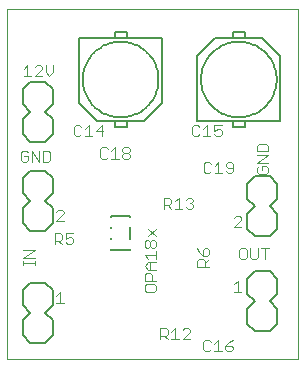
<source format=gto>
G75*
%MOIN*%
%OFA0B0*%
%FSLAX24Y24*%
%IPPOS*%
%LPD*%
%AMOC8*
5,1,8,0,0,1.08239X$1,22.5*
%
%ADD10C,0.0000*%
%ADD11C,0.0030*%
%ADD12C,0.0080*%
%ADD13C,0.0060*%
%ADD14C,0.0050*%
D10*
X000100Y000100D02*
X000100Y011785D01*
X009785Y011785D01*
X009785Y000100D01*
X000100Y000100D01*
D11*
X001729Y001958D02*
X001976Y001958D01*
X001853Y001958D02*
X001853Y002328D01*
X001729Y002204D01*
X001010Y003237D02*
X001010Y003360D01*
X001010Y003299D02*
X000640Y003299D01*
X000640Y003360D02*
X000640Y003237D01*
X000640Y003483D02*
X001010Y003729D01*
X000640Y003729D01*
X000640Y003483D02*
X001010Y003483D01*
X001676Y003934D02*
X001676Y004304D01*
X001861Y004304D01*
X001923Y004242D01*
X001923Y004119D01*
X001861Y004057D01*
X001676Y004057D01*
X001799Y004057D02*
X001923Y003934D01*
X002044Y003996D02*
X002106Y003934D01*
X002229Y003934D01*
X002291Y003996D01*
X002291Y004119D01*
X002229Y004181D01*
X002168Y004181D01*
X002044Y004119D01*
X002044Y004304D01*
X002291Y004304D01*
X001976Y004713D02*
X001729Y004713D01*
X001976Y004960D01*
X001976Y005022D01*
X001914Y005084D01*
X001791Y005084D01*
X001729Y005022D01*
X001470Y006682D02*
X001285Y006682D01*
X001285Y007052D01*
X001470Y007052D01*
X001532Y006991D01*
X001532Y006744D01*
X001470Y006682D01*
X001163Y006682D02*
X001163Y007052D01*
X000916Y007052D02*
X001163Y006682D01*
X000916Y006682D02*
X000916Y007052D01*
X000795Y006991D02*
X000733Y007052D01*
X000610Y007052D01*
X000548Y006991D01*
X000548Y006744D01*
X000610Y006682D01*
X000733Y006682D01*
X000795Y006744D01*
X000795Y006867D01*
X000672Y006867D01*
X002321Y007600D02*
X002383Y007538D01*
X002506Y007538D01*
X002568Y007600D01*
X002689Y007538D02*
X002936Y007538D01*
X002813Y007538D02*
X002813Y007908D01*
X002689Y007785D01*
X002568Y007846D02*
X002506Y007908D01*
X002383Y007908D01*
X002321Y007846D01*
X002321Y007600D01*
X003058Y007723D02*
X003305Y007723D01*
X003243Y007538D02*
X003243Y007908D01*
X003058Y007723D01*
X003259Y007159D02*
X003198Y007097D01*
X003198Y006850D01*
X003259Y006788D01*
X003383Y006788D01*
X003445Y006850D01*
X003566Y006788D02*
X003813Y006788D01*
X003689Y006788D02*
X003689Y007159D01*
X003566Y007035D01*
X003445Y007097D02*
X003383Y007159D01*
X003259Y007159D01*
X003934Y007097D02*
X003934Y007035D01*
X003996Y006973D01*
X004119Y006973D01*
X004181Y006912D01*
X004181Y006850D01*
X004119Y006788D01*
X003996Y006788D01*
X003934Y006850D01*
X003934Y006912D01*
X003996Y006973D01*
X004119Y006973D02*
X004181Y007035D01*
X004181Y007097D01*
X004119Y007159D01*
X003996Y007159D01*
X003934Y007097D01*
X005318Y005485D02*
X005503Y005485D01*
X005565Y005424D01*
X005565Y005300D01*
X005503Y005238D01*
X005318Y005238D01*
X005318Y005115D02*
X005318Y005485D01*
X005441Y005238D02*
X005565Y005115D01*
X005686Y005115D02*
X005933Y005115D01*
X006054Y005177D02*
X006116Y005115D01*
X006240Y005115D01*
X006301Y005177D01*
X006301Y005238D01*
X006240Y005300D01*
X006178Y005300D01*
X006240Y005300D02*
X006301Y005362D01*
X006301Y005424D01*
X006240Y005485D01*
X006116Y005485D01*
X006054Y005424D01*
X005810Y005485D02*
X005810Y005115D01*
X005686Y005362D02*
X005810Y005485D01*
X006643Y006358D02*
X006643Y006605D01*
X006704Y006666D01*
X006828Y006666D01*
X006889Y006605D01*
X007011Y006543D02*
X007134Y006666D01*
X007134Y006296D01*
X007011Y006296D02*
X007258Y006296D01*
X007379Y006358D02*
X007441Y006296D01*
X007564Y006296D01*
X007626Y006358D01*
X007626Y006605D01*
X007564Y006666D01*
X007441Y006666D01*
X007379Y006605D01*
X007379Y006543D01*
X007441Y006481D01*
X007626Y006481D01*
X006889Y006358D02*
X006828Y006296D01*
X006704Y006296D01*
X006643Y006358D01*
X006626Y007538D02*
X006873Y007538D01*
X006750Y007538D02*
X006750Y007908D01*
X006626Y007785D01*
X006505Y007846D02*
X006443Y007908D01*
X006320Y007908D01*
X006258Y007846D01*
X006258Y007600D01*
X006320Y007538D01*
X006443Y007538D01*
X006505Y007600D01*
X006995Y007600D02*
X007056Y007538D01*
X007180Y007538D01*
X007242Y007600D01*
X007242Y007723D01*
X007180Y007785D01*
X007118Y007785D01*
X006995Y007723D01*
X006995Y007908D01*
X007242Y007908D01*
X008415Y007210D02*
X008415Y007025D01*
X008786Y007025D01*
X008786Y007210D01*
X008724Y007272D01*
X008477Y007272D01*
X008415Y007210D01*
X008415Y006903D02*
X008786Y006903D01*
X008415Y006657D01*
X008786Y006657D01*
X008724Y006535D02*
X008601Y006535D01*
X008601Y006412D01*
X008724Y006535D02*
X008786Y006473D01*
X008786Y006350D01*
X008724Y006288D01*
X008477Y006288D01*
X008415Y006350D01*
X008415Y006473D01*
X008477Y006535D01*
X007845Y004881D02*
X007722Y004881D01*
X007660Y004819D01*
X007845Y004881D02*
X007907Y004819D01*
X007907Y004757D01*
X007660Y004510D01*
X007907Y004510D01*
X007893Y003804D02*
X007832Y003742D01*
X007832Y003496D01*
X007893Y003434D01*
X008017Y003434D01*
X008078Y003496D01*
X008078Y003742D01*
X008017Y003804D01*
X007893Y003804D01*
X008200Y003804D02*
X008200Y003496D01*
X008262Y003434D01*
X008385Y003434D01*
X008447Y003496D01*
X008447Y003804D01*
X008568Y003804D02*
X008815Y003804D01*
X008692Y003804D02*
X008692Y003434D01*
X007784Y002715D02*
X007784Y002345D01*
X007907Y002345D02*
X007660Y002345D01*
X007660Y002592D02*
X007784Y002715D01*
X006809Y003184D02*
X006439Y003184D01*
X006439Y003369D01*
X006501Y003431D01*
X006624Y003431D01*
X006686Y003369D01*
X006686Y003184D01*
X006686Y003307D02*
X006809Y003431D01*
X006748Y003552D02*
X006624Y003552D01*
X006624Y003737D01*
X006686Y003799D01*
X006748Y003799D01*
X006809Y003737D01*
X006809Y003614D01*
X006748Y003552D01*
X006624Y003552D02*
X006501Y003676D01*
X006439Y003799D01*
X005046Y003886D02*
X004984Y003824D01*
X004922Y003824D01*
X004860Y003886D01*
X004860Y004010D01*
X004922Y004071D01*
X004984Y004071D01*
X005046Y004010D01*
X005046Y003886D01*
X005046Y003703D02*
X005046Y003456D01*
X005046Y003335D02*
X004799Y003335D01*
X004675Y003211D01*
X004799Y003088D01*
X005046Y003088D01*
X004860Y003088D02*
X004860Y003335D01*
X004799Y003456D02*
X004675Y003580D01*
X005046Y003580D01*
X004799Y003824D02*
X004860Y003886D01*
X004799Y003824D02*
X004737Y003824D01*
X004675Y003886D01*
X004675Y004010D01*
X004737Y004071D01*
X004799Y004071D01*
X004860Y004010D01*
X004799Y004193D02*
X005046Y004440D01*
X005046Y004193D02*
X004799Y004440D01*
X004737Y002966D02*
X004860Y002966D01*
X004922Y002905D01*
X004922Y002720D01*
X004984Y002598D02*
X004737Y002598D01*
X004675Y002536D01*
X004675Y002413D01*
X004737Y002351D01*
X004984Y002351D01*
X005046Y002413D01*
X005046Y002536D01*
X004984Y002598D01*
X005046Y002720D02*
X004675Y002720D01*
X004675Y002905D01*
X004737Y002966D01*
X005205Y001133D02*
X005390Y001133D01*
X005452Y001071D01*
X005452Y000947D01*
X005390Y000886D01*
X005205Y000886D01*
X005328Y000886D02*
X005452Y000762D01*
X005573Y000762D02*
X005820Y000762D01*
X005697Y000762D02*
X005697Y001133D01*
X005573Y001009D01*
X005942Y001071D02*
X006003Y001133D01*
X006127Y001133D01*
X006188Y001071D01*
X006188Y001009D01*
X005942Y000762D01*
X006188Y000762D01*
X006636Y000677D02*
X006636Y000430D01*
X006698Y000369D01*
X006821Y000369D01*
X006883Y000430D01*
X007004Y000369D02*
X007251Y000369D01*
X007128Y000369D02*
X007128Y000739D01*
X007004Y000615D01*
X006883Y000677D02*
X006821Y000739D01*
X006698Y000739D01*
X006636Y000677D01*
X007373Y000554D02*
X007373Y000430D01*
X007434Y000369D01*
X007558Y000369D01*
X007620Y000430D01*
X007620Y000492D01*
X007558Y000554D01*
X007373Y000554D01*
X007496Y000677D01*
X007620Y000739D01*
X005205Y000762D02*
X005205Y001133D01*
X001507Y009536D02*
X001630Y009660D01*
X001630Y009907D01*
X001383Y009907D02*
X001383Y009660D01*
X001507Y009536D01*
X001262Y009536D02*
X001015Y009536D01*
X001262Y009783D01*
X001262Y009845D01*
X001200Y009907D01*
X001077Y009907D01*
X001015Y009845D01*
X000893Y009536D02*
X000646Y009536D01*
X000770Y009536D02*
X000770Y009907D01*
X000646Y009783D01*
D12*
X000874Y009348D02*
X001374Y009348D01*
X001624Y009098D01*
X001624Y008598D01*
X001374Y008348D01*
X001624Y008098D01*
X001624Y007598D01*
X001374Y007348D01*
X000874Y007348D01*
X000624Y007598D01*
X000624Y008098D01*
X000874Y008348D01*
X000624Y008598D01*
X000624Y009098D01*
X000874Y009348D01*
X000874Y006380D02*
X000624Y006130D01*
X000624Y005630D01*
X000874Y005380D01*
X000624Y005130D01*
X000624Y004630D01*
X000874Y004380D01*
X001374Y004380D01*
X001624Y004630D01*
X001624Y005130D01*
X001374Y005380D01*
X001624Y005630D01*
X001624Y006130D01*
X001374Y006380D01*
X000874Y006380D01*
X000874Y002655D02*
X001374Y002655D01*
X001624Y002405D01*
X001624Y001905D01*
X001374Y001655D01*
X001624Y001405D01*
X001624Y000905D01*
X001374Y000655D01*
X000874Y000655D01*
X000624Y000905D01*
X000624Y001405D01*
X000874Y001655D01*
X000624Y001905D01*
X000624Y002405D01*
X000874Y002655D01*
X008104Y002783D02*
X008104Y002283D01*
X008354Y002033D01*
X008104Y001783D01*
X008104Y001283D01*
X008354Y001033D01*
X008854Y001033D01*
X009104Y001283D01*
X009104Y001783D01*
X008854Y002033D01*
X009104Y002283D01*
X009104Y002783D01*
X008854Y003033D01*
X008354Y003033D01*
X008104Y002783D01*
X008354Y004198D02*
X008104Y004448D01*
X008104Y004948D01*
X008354Y005198D01*
X008104Y005448D01*
X008104Y005948D01*
X008354Y006198D01*
X008854Y006198D01*
X009104Y005948D01*
X009104Y005448D01*
X008854Y005198D01*
X009104Y004948D01*
X009104Y004448D01*
X008854Y004198D01*
X008354Y004198D01*
D13*
X004198Y004099D02*
X004198Y004510D01*
X004198Y004828D02*
X004198Y004865D01*
X003561Y004865D01*
X003561Y004828D01*
X003561Y004510D02*
X003561Y004473D01*
X003561Y004136D02*
X003561Y004099D01*
X003561Y003782D02*
X003561Y003745D01*
X004198Y003745D01*
X004198Y003782D01*
D14*
X004076Y007848D02*
X003683Y007848D01*
X003683Y008045D01*
X003092Y008045D01*
X002502Y008635D01*
X002502Y010801D01*
X003683Y010801D01*
X003683Y010998D01*
X004076Y010998D01*
X004076Y010801D01*
X005257Y010801D01*
X005257Y008635D01*
X004667Y008045D01*
X004076Y008045D01*
X004076Y007848D01*
X004076Y008045D02*
X003683Y008045D01*
X002620Y009423D02*
X002622Y009494D01*
X002628Y009564D01*
X002638Y009634D01*
X002652Y009703D01*
X002669Y009772D01*
X002691Y009839D01*
X002716Y009905D01*
X002745Y009970D01*
X002777Y010032D01*
X002813Y010093D01*
X002852Y010152D01*
X002895Y010209D01*
X002940Y010263D01*
X002989Y010314D01*
X003040Y010363D01*
X003094Y010408D01*
X003151Y010451D01*
X003210Y010490D01*
X003271Y010526D01*
X003333Y010558D01*
X003398Y010587D01*
X003464Y010612D01*
X003531Y010634D01*
X003600Y010651D01*
X003669Y010665D01*
X003739Y010675D01*
X003809Y010681D01*
X003880Y010683D01*
X003951Y010681D01*
X004021Y010675D01*
X004091Y010665D01*
X004160Y010651D01*
X004229Y010634D01*
X004296Y010612D01*
X004362Y010587D01*
X004427Y010558D01*
X004489Y010526D01*
X004550Y010490D01*
X004609Y010451D01*
X004666Y010408D01*
X004720Y010363D01*
X004771Y010314D01*
X004820Y010263D01*
X004865Y010209D01*
X004908Y010152D01*
X004947Y010093D01*
X004983Y010032D01*
X005015Y009970D01*
X005044Y009905D01*
X005069Y009839D01*
X005091Y009772D01*
X005108Y009703D01*
X005122Y009634D01*
X005132Y009564D01*
X005138Y009494D01*
X005140Y009423D01*
X005138Y009352D01*
X005132Y009282D01*
X005122Y009212D01*
X005108Y009143D01*
X005091Y009074D01*
X005069Y009007D01*
X005044Y008941D01*
X005015Y008876D01*
X004983Y008814D01*
X004947Y008753D01*
X004908Y008694D01*
X004865Y008637D01*
X004820Y008583D01*
X004771Y008532D01*
X004720Y008483D01*
X004666Y008438D01*
X004609Y008395D01*
X004550Y008356D01*
X004489Y008320D01*
X004427Y008288D01*
X004362Y008259D01*
X004296Y008234D01*
X004229Y008212D01*
X004160Y008195D01*
X004091Y008181D01*
X004021Y008171D01*
X003951Y008165D01*
X003880Y008163D01*
X003809Y008165D01*
X003739Y008171D01*
X003669Y008181D01*
X003600Y008195D01*
X003531Y008212D01*
X003464Y008234D01*
X003398Y008259D01*
X003333Y008288D01*
X003271Y008320D01*
X003210Y008356D01*
X003151Y008395D01*
X003094Y008438D01*
X003040Y008483D01*
X002989Y008532D01*
X002940Y008583D01*
X002895Y008637D01*
X002852Y008694D01*
X002813Y008753D01*
X002777Y008814D01*
X002745Y008876D01*
X002716Y008941D01*
X002691Y009007D01*
X002669Y009074D01*
X002652Y009143D01*
X002638Y009212D01*
X002628Y009282D01*
X002622Y009352D01*
X002620Y009423D01*
X003683Y010801D02*
X004076Y010801D01*
X006439Y010210D02*
X006439Y008045D01*
X007620Y008045D01*
X007620Y007848D01*
X008013Y007848D01*
X008013Y008045D01*
X007620Y008045D01*
X008013Y008045D02*
X009194Y008045D01*
X009194Y010210D01*
X008604Y010801D01*
X008013Y010801D01*
X008013Y010998D01*
X007620Y010998D01*
X007620Y010801D01*
X008013Y010801D01*
X007620Y010801D02*
X007029Y010801D01*
X006439Y010210D01*
X006557Y009423D02*
X006559Y009494D01*
X006565Y009564D01*
X006575Y009634D01*
X006589Y009703D01*
X006606Y009772D01*
X006628Y009839D01*
X006653Y009905D01*
X006682Y009970D01*
X006714Y010032D01*
X006750Y010093D01*
X006789Y010152D01*
X006832Y010209D01*
X006877Y010263D01*
X006926Y010314D01*
X006977Y010363D01*
X007031Y010408D01*
X007088Y010451D01*
X007147Y010490D01*
X007208Y010526D01*
X007270Y010558D01*
X007335Y010587D01*
X007401Y010612D01*
X007468Y010634D01*
X007537Y010651D01*
X007606Y010665D01*
X007676Y010675D01*
X007746Y010681D01*
X007817Y010683D01*
X007888Y010681D01*
X007958Y010675D01*
X008028Y010665D01*
X008097Y010651D01*
X008166Y010634D01*
X008233Y010612D01*
X008299Y010587D01*
X008364Y010558D01*
X008426Y010526D01*
X008487Y010490D01*
X008546Y010451D01*
X008603Y010408D01*
X008657Y010363D01*
X008708Y010314D01*
X008757Y010263D01*
X008802Y010209D01*
X008845Y010152D01*
X008884Y010093D01*
X008920Y010032D01*
X008952Y009970D01*
X008981Y009905D01*
X009006Y009839D01*
X009028Y009772D01*
X009045Y009703D01*
X009059Y009634D01*
X009069Y009564D01*
X009075Y009494D01*
X009077Y009423D01*
X009075Y009352D01*
X009069Y009282D01*
X009059Y009212D01*
X009045Y009143D01*
X009028Y009074D01*
X009006Y009007D01*
X008981Y008941D01*
X008952Y008876D01*
X008920Y008814D01*
X008884Y008753D01*
X008845Y008694D01*
X008802Y008637D01*
X008757Y008583D01*
X008708Y008532D01*
X008657Y008483D01*
X008603Y008438D01*
X008546Y008395D01*
X008487Y008356D01*
X008426Y008320D01*
X008364Y008288D01*
X008299Y008259D01*
X008233Y008234D01*
X008166Y008212D01*
X008097Y008195D01*
X008028Y008181D01*
X007958Y008171D01*
X007888Y008165D01*
X007817Y008163D01*
X007746Y008165D01*
X007676Y008171D01*
X007606Y008181D01*
X007537Y008195D01*
X007468Y008212D01*
X007401Y008234D01*
X007335Y008259D01*
X007270Y008288D01*
X007208Y008320D01*
X007147Y008356D01*
X007088Y008395D01*
X007031Y008438D01*
X006977Y008483D01*
X006926Y008532D01*
X006877Y008583D01*
X006832Y008637D01*
X006789Y008694D01*
X006750Y008753D01*
X006714Y008814D01*
X006682Y008876D01*
X006653Y008941D01*
X006628Y009007D01*
X006606Y009074D01*
X006589Y009143D01*
X006575Y009212D01*
X006565Y009282D01*
X006559Y009352D01*
X006557Y009423D01*
M02*

</source>
